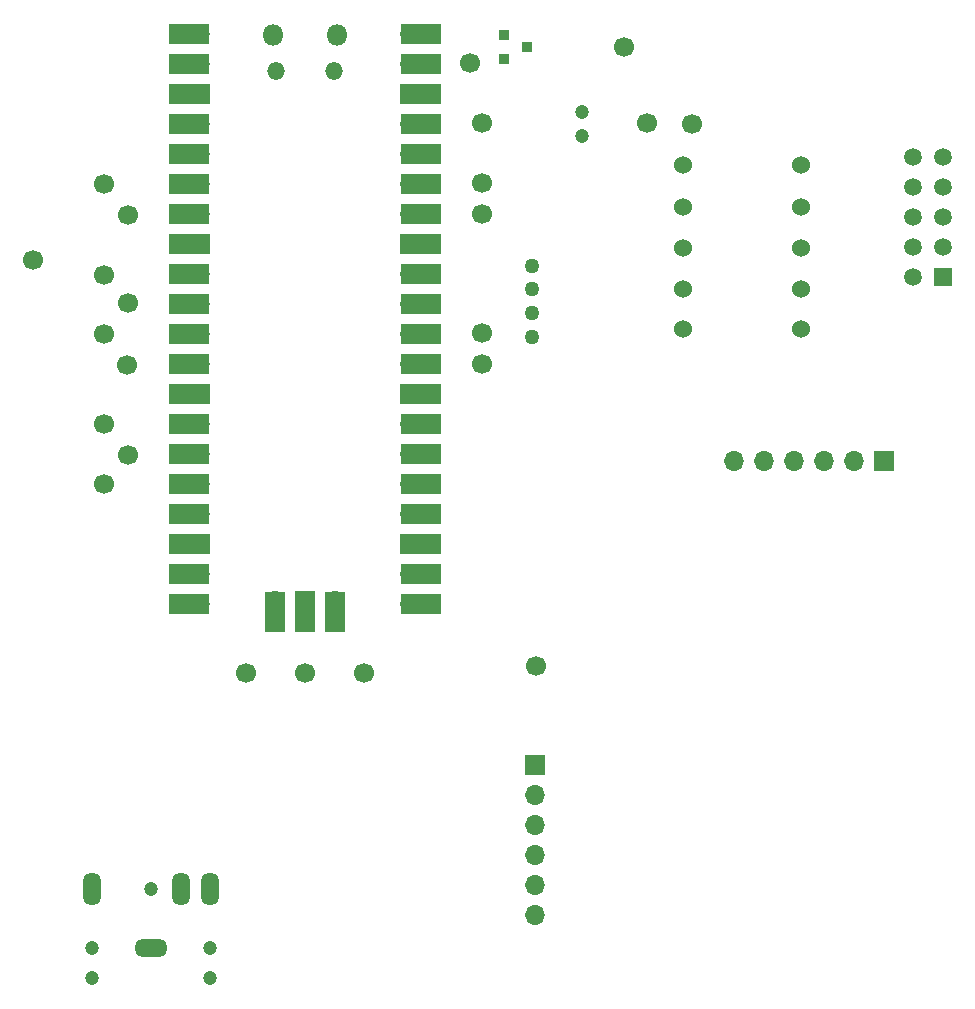
<source format=gbr>
%TF.GenerationSoftware,KiCad,Pcbnew,8.0.2*%
%TF.CreationDate,2024-05-27T09:17:52-04:00*%
%TF.ProjectId,GlassBreaker_KiCAD,476c6173-7342-4726-9561-6b65725f4b69,rev?*%
%TF.SameCoordinates,Original*%
%TF.FileFunction,Soldermask,Top*%
%TF.FilePolarity,Negative*%
%FSLAX46Y46*%
G04 Gerber Fmt 4.6, Leading zero omitted, Abs format (unit mm)*
G04 Created by KiCad (PCBNEW 8.0.2) date 2024-05-27 09:17:52*
%MOMM*%
%LPD*%
G01*
G04 APERTURE LIST*
%ADD10C,1.700000*%
%ADD11R,1.700000X1.700000*%
%ADD12O,1.700000X1.700000*%
%ADD13C,1.524000*%
%ADD14C,1.200000*%
%ADD15R,1.490000X1.490000*%
%ADD16C,1.490000*%
%ADD17O,2.820000X1.512000*%
%ADD18O,1.512000X2.820000*%
%ADD19R,0.889000X0.812800*%
%ADD20O,1.800000X1.800000*%
%ADD21O,1.500000X1.500000*%
%ADD22R,3.500000X1.700000*%
%ADD23R,1.700000X3.500000*%
%ADD24C,1.270000*%
G04 APERTURE END LIST*
D10*
%TO.C,*%
X364800000Y-158500000D03*
%TD*%
%TO.C,*%
X361000000Y-158400000D03*
%TD*%
%TO.C,*%
X315000000Y-163600000D03*
%TD*%
D11*
%TO.C,REF\u002A\u002A*%
X351500000Y-212750000D03*
D12*
X351500000Y-215290000D03*
X351500000Y-217830000D03*
X351500000Y-220370000D03*
X351500000Y-222910000D03*
X351500000Y-225450000D03*
%TD*%
D13*
%TO.C,REF\u002A\u002A*%
X374000000Y-162000000D03*
X364000000Y-162000000D03*
%TD*%
D10*
%TO.C,*%
X315000000Y-183900000D03*
%TD*%
%TO.C,*%
X316900000Y-178900000D03*
%TD*%
%TO.C,REF\u002A\u002A*%
X347000000Y-178800000D03*
%TD*%
%TO.C,*%
X315000000Y-171300000D03*
%TD*%
%TO.C,*%
X337000000Y-205000000D03*
%TD*%
%TO.C,*%
X309000000Y-170000000D03*
%TD*%
%TO.C,*%
X315000000Y-189000000D03*
%TD*%
%TO.C,*%
X347000000Y-166100000D03*
%TD*%
%TO.C,*%
X317000000Y-166200000D03*
%TD*%
D11*
%TO.C,REF\u002A\u002A*%
X381000000Y-187000000D03*
D12*
X378460000Y-187000000D03*
X375920000Y-187000000D03*
X373380000Y-187000000D03*
X370840000Y-187000000D03*
X368300000Y-187000000D03*
%TD*%
D10*
%TO.C,*%
X327000000Y-205000000D03*
%TD*%
D14*
%TO.C,REF\u002A\u002A*%
X355500000Y-159500000D03*
X355500000Y-157500000D03*
%TD*%
D10*
%TO.C,*%
X359000000Y-152000000D03*
%TD*%
%TO.C,*%
X332000000Y-205000000D03*
%TD*%
%TO.C,*%
X351600000Y-204400000D03*
%TD*%
D13*
%TO.C,REF\u002A\u002A*%
X374000000Y-172500000D03*
X364000000Y-172500000D03*
%TD*%
D10*
%TO.C,*%
X317000000Y-173700000D03*
%TD*%
D15*
%TO.C,REF\u002A\u002A*%
X386040000Y-171500000D03*
D16*
X383500000Y-171500000D03*
X386040000Y-168960000D03*
X383500000Y-168960000D03*
X386040000Y-166420000D03*
X383500000Y-166420000D03*
X386040000Y-163880000D03*
X383500000Y-163880000D03*
X386040000Y-161340000D03*
X383500000Y-161340000D03*
%TD*%
D10*
%TO.C,*%
X346000000Y-153300000D03*
%TD*%
%TO.C,*%
X315000000Y-176300000D03*
%TD*%
%TO.C,*%
X347000000Y-176200000D03*
%TD*%
D14*
%TO.C,REF\u002A\u002A*%
X314000000Y-230800000D03*
X324000000Y-230800000D03*
X314000000Y-228300000D03*
X324000000Y-228300000D03*
X319000000Y-223300000D03*
D17*
X319000000Y-228300000D03*
D18*
X324000000Y-223300000D03*
X314000000Y-223300000D03*
X321500000Y-223300000D03*
%TD*%
D10*
%TO.C,*%
X347000000Y-158400000D03*
%TD*%
D13*
%TO.C,REF\u002A\u002A*%
X374000000Y-165500000D03*
X364000000Y-165500000D03*
%TD*%
%TO.C,REF\u002A\u002A*%
X374000000Y-169000000D03*
X364000000Y-169000000D03*
%TD*%
D19*
%TO.C,REF\u002A\u002A*%
X348885001Y-150975001D03*
X348885001Y-153024999D03*
X350775000Y-152000000D03*
%TD*%
D13*
%TO.C,REF\u002A\u002A*%
X374000000Y-175900000D03*
X364000000Y-175900000D03*
%TD*%
D10*
%TO.C,*%
X347000000Y-163500000D03*
%TD*%
%TO.C,*%
X317000000Y-186500000D03*
%TD*%
D20*
%TO.C,REF\u002A\u002A*%
X329275000Y-151000000D03*
D21*
X329575000Y-154030000D03*
X334425000Y-154030000D03*
D20*
X334725000Y-151000000D03*
D12*
X323110000Y-150870000D03*
D22*
X322210000Y-150870000D03*
D12*
X323110000Y-153410000D03*
D22*
X322210000Y-153410000D03*
D11*
X323110000Y-155950000D03*
D22*
X322210000Y-155950000D03*
D12*
X323110000Y-158490000D03*
D22*
X322210000Y-158490000D03*
D12*
X323110000Y-161030000D03*
D22*
X322210000Y-161030000D03*
D12*
X323110000Y-163570000D03*
D22*
X322210000Y-163570000D03*
D12*
X323110000Y-166110000D03*
D22*
X322210000Y-166110000D03*
D11*
X323110000Y-168650000D03*
D22*
X322210000Y-168650000D03*
D12*
X323110000Y-171190000D03*
D22*
X322210000Y-171190000D03*
D12*
X323110000Y-173730000D03*
D22*
X322210000Y-173730000D03*
D12*
X323110000Y-176270000D03*
D22*
X322210000Y-176270000D03*
D12*
X323110000Y-178810000D03*
D22*
X322210000Y-178810000D03*
D11*
X323110000Y-181350000D03*
D22*
X322210000Y-181350000D03*
D12*
X323110000Y-183890000D03*
D22*
X322210000Y-183890000D03*
D12*
X323110000Y-186430000D03*
D22*
X322210000Y-186430000D03*
D12*
X323110000Y-188970000D03*
D22*
X322210000Y-188970000D03*
D12*
X323110000Y-191510000D03*
D22*
X322210000Y-191510000D03*
D11*
X323110000Y-194050000D03*
D22*
X322210000Y-194050000D03*
D12*
X323110000Y-196590000D03*
D22*
X322210000Y-196590000D03*
D12*
X323110000Y-199130000D03*
D22*
X322210000Y-199130000D03*
D12*
X340890000Y-199130000D03*
D22*
X341790000Y-199130000D03*
D12*
X340890000Y-196590000D03*
D22*
X341790000Y-196590000D03*
D11*
X340890000Y-194050000D03*
D22*
X341790000Y-194050000D03*
D12*
X340890000Y-191510000D03*
D22*
X341790000Y-191510000D03*
D12*
X340890000Y-188970000D03*
D22*
X341790000Y-188970000D03*
D12*
X340890000Y-186430000D03*
D22*
X341790000Y-186430000D03*
D12*
X340890000Y-183890000D03*
D22*
X341790000Y-183890000D03*
D11*
X340890000Y-181350000D03*
D22*
X341790000Y-181350000D03*
D12*
X340890000Y-178810000D03*
D22*
X341790000Y-178810000D03*
D12*
X340890000Y-176270000D03*
D22*
X341790000Y-176270000D03*
D12*
X340890000Y-173730000D03*
D22*
X341790000Y-173730000D03*
D12*
X340890000Y-171190000D03*
D22*
X341790000Y-171190000D03*
D11*
X340890000Y-168650000D03*
D22*
X341790000Y-168650000D03*
D12*
X340890000Y-166110000D03*
D22*
X341790000Y-166110000D03*
D12*
X340890000Y-163570000D03*
D22*
X341790000Y-163570000D03*
D12*
X340890000Y-161030000D03*
D22*
X341790000Y-161030000D03*
D12*
X340890000Y-158490000D03*
D22*
X341790000Y-158490000D03*
D11*
X340890000Y-155950000D03*
D22*
X341790000Y-155950000D03*
D12*
X340890000Y-153410000D03*
D22*
X341790000Y-153410000D03*
D12*
X340890000Y-150870000D03*
D22*
X341790000Y-150870000D03*
D12*
X329460000Y-198900000D03*
D23*
X329460000Y-199800000D03*
D11*
X332000000Y-198900000D03*
D23*
X332000000Y-199800000D03*
D12*
X334540000Y-198900000D03*
D23*
X334540000Y-199800000D03*
%TD*%
D24*
%TO.C,REF\u002A\u002A*%
X351200000Y-170500000D03*
X351200000Y-172499999D03*
X351200000Y-174500000D03*
X351200000Y-176499998D03*
%TD*%
M02*

</source>
